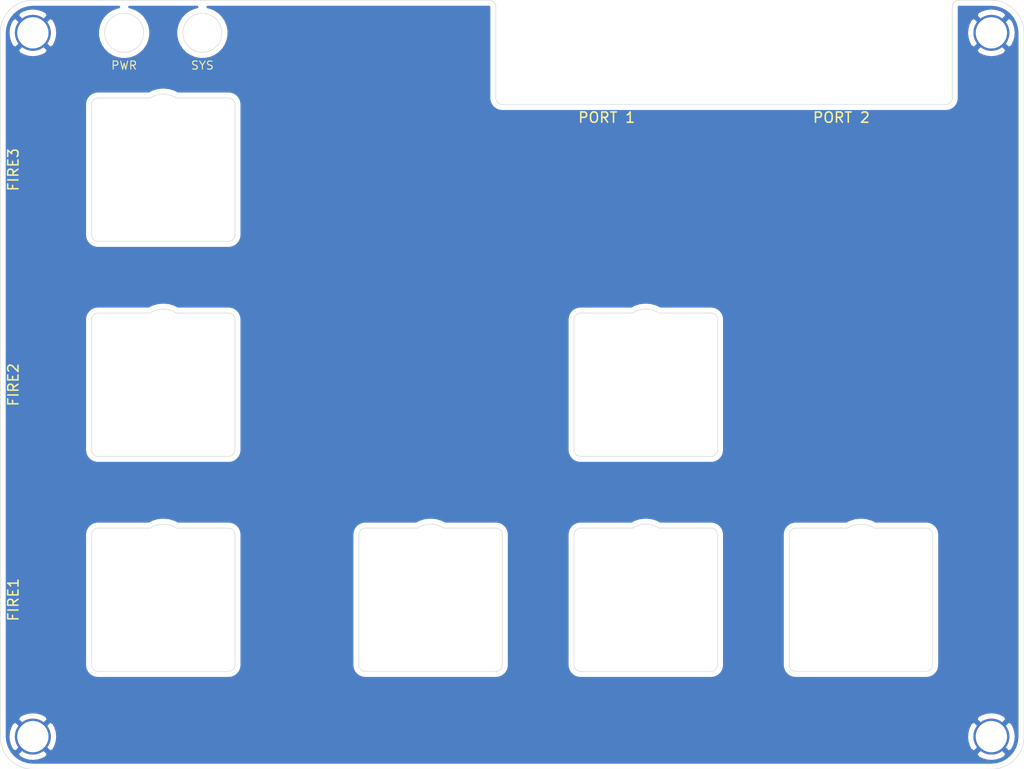
<source format=kicad_pcb>
(kicad_pcb (version 20171130) (host pcbnew "(5.1.8)-1")

  (general
    (thickness 1.6)
    (drawings 95)
    (tracks 0)
    (zones 0)
    (modules 4)
    (nets 2)
  )

  (page A4)
  (layers
    (0 F.Cu signal hide)
    (31 B.Cu signal hide)
    (32 B.Adhes user)
    (33 F.Adhes user)
    (34 B.Paste user)
    (35 F.Paste user)
    (36 B.SilkS user)
    (37 F.SilkS user)
    (38 B.Mask user)
    (39 F.Mask user)
    (40 Dwgs.User user)
    (41 Cmts.User user)
    (42 Eco1.User user)
    (43 Eco2.User user)
    (44 Edge.Cuts user)
    (45 Margin user)
    (46 B.CrtYd user)
    (47 F.CrtYd user)
    (48 B.Fab user)
    (49 F.Fab user)
  )

  (setup
    (last_trace_width 0.25)
    (trace_clearance 0.2)
    (zone_clearance 0.508)
    (zone_45_only no)
    (trace_min 0.2)
    (via_size 0.8)
    (via_drill 0.4)
    (via_min_size 0.4)
    (via_min_drill 0.3)
    (uvia_size 0.3)
    (uvia_drill 0.1)
    (uvias_allowed no)
    (uvia_min_size 0.2)
    (uvia_min_drill 0.1)
    (edge_width 0.05)
    (segment_width 0.2)
    (pcb_text_width 0.3)
    (pcb_text_size 1.5 1.5)
    (mod_edge_width 0.12)
    (mod_text_size 1 1)
    (mod_text_width 0.15)
    (pad_size 1.524 1.524)
    (pad_drill 0.762)
    (pad_to_mask_clearance 0)
    (aux_axis_origin 0 0)
    (visible_elements 7FFFFFFF)
    (pcbplotparams
      (layerselection 0x011fc_ffffffff)
      (usegerberextensions true)
      (usegerberattributes false)
      (usegerberadvancedattributes false)
      (creategerberjobfile false)
      (excludeedgelayer true)
      (linewidth 0.100000)
      (plotframeref false)
      (viasonmask false)
      (mode 1)
      (useauxorigin false)
      (hpglpennumber 1)
      (hpglpenspeed 20)
      (hpglpendiameter 15.000000)
      (psnegative false)
      (psa4output false)
      (plotreference true)
      (plotvalue true)
      (plotinvisibletext false)
      (padsonsilk false)
      (subtractmaskfromsilk false)
      (outputformat 1)
      (mirror false)
      (drillshape 0)
      (scaleselection 1)
      (outputdirectory "export/"))
  )

  (net 0 "")
  (net 1 "Net-(M1-Pad1)")

  (net_class Default "This is the default net class."
    (clearance 0.2)
    (trace_width 0.25)
    (via_dia 0.8)
    (via_drill 0.4)
    (uvia_dia 0.3)
    (uvia_drill 0.1)
    (add_net "Net-(M1-Pad1)")
  )

  (module mounting:M3_pin (layer F.Cu) (tedit 5F76331A) (tstamp 5FB9C1CD)
    (at 144.145 154.305)
    (descr "module 1 pin (ou trou mecanique de percage)")
    (tags DEV)
    (path /5FB6F935)
    (fp_text reference M1 (at 0 -3.048) (layer F.Fab) hide
      (effects (font (size 1 1) (thickness 0.15)))
    )
    (fp_text value Mounting (at 0 3) (layer F.Fab) hide
      (effects (font (size 1 1) (thickness 0.15)))
    )
    (fp_circle (center 0 0) (end 2.6 0) (layer F.CrtYd) (width 0.05))
    (fp_circle (center 0 0) (end 2 0.8) (layer F.Fab) (width 0.1))
    (pad 1 thru_hole circle (at 0 0) (size 3.5 3.5) (drill 3.048) (layers *.Cu *.Mask)
      (net 1 "Net-(M1-Pad1)") (solder_mask_margin 0.8))
  )

  (module mounting:M3_pin (layer F.Cu) (tedit 5F76331A) (tstamp 5FB9C1D3)
    (at 237.49 154.305)
    (descr "module 1 pin (ou trou mecanique de percage)")
    (tags DEV)
    (path /5FB70096)
    (fp_text reference M2 (at 0 -3.048) (layer F.Fab) hide
      (effects (font (size 1 1) (thickness 0.15)))
    )
    (fp_text value Mounting (at 0 3) (layer F.Fab) hide
      (effects (font (size 1 1) (thickness 0.15)))
    )
    (fp_circle (center 0 0) (end 2 0.8) (layer F.Fab) (width 0.1))
    (fp_circle (center 0 0) (end 2.6 0) (layer F.CrtYd) (width 0.05))
    (pad 1 thru_hole circle (at 0 0) (size 3.5 3.5) (drill 3.048) (layers *.Cu *.Mask)
      (net 1 "Net-(M1-Pad1)") (solder_mask_margin 0.8))
  )

  (module mounting:M3_pin (layer F.Cu) (tedit 5F76331A) (tstamp 5FB9C1D9)
    (at 237.49 85.725)
    (descr "module 1 pin (ou trou mecanique de percage)")
    (tags DEV)
    (path /5FB70244)
    (fp_text reference M3 (at 0 -3.048) (layer F.Fab) hide
      (effects (font (size 1 1) (thickness 0.15)))
    )
    (fp_text value Mounting (at 0 3) (layer F.Fab) hide
      (effects (font (size 1 1) (thickness 0.15)))
    )
    (fp_circle (center 0 0) (end 2.6 0) (layer F.CrtYd) (width 0.05))
    (fp_circle (center 0 0) (end 2 0.8) (layer F.Fab) (width 0.1))
    (pad 1 thru_hole circle (at 0 0) (size 3.5 3.5) (drill 3.048) (layers *.Cu *.Mask)
      (net 1 "Net-(M1-Pad1)") (solder_mask_margin 0.8))
  )

  (module mounting:M3_pin (layer F.Cu) (tedit 5F76331A) (tstamp 5FB9C1DF)
    (at 144.145 85.725)
    (descr "module 1 pin (ou trou mecanique de percage)")
    (tags DEV)
    (path /5FB705F7)
    (fp_text reference M4 (at 0 -3.048) (layer F.Fab) hide
      (effects (font (size 1 1) (thickness 0.15)))
    )
    (fp_text value Mounting (at 0 3) (layer F.Fab) hide
      (effects (font (size 1 1) (thickness 0.15)))
    )
    (fp_circle (center 0 0) (end 2 0.8) (layer F.Fab) (width 0.1))
    (fp_circle (center 0 0) (end 2.6 0) (layer F.CrtYd) (width 0.05))
    (pad 1 thru_hole circle (at 0 0) (size 3.5 3.5) (drill 3.048) (layers *.Cu *.Mask)
      (net 1 "Net-(M1-Pad1)") (solder_mask_margin 0.8))
  )

  (gr_arc (start 203.835 114.935) (end 205.104998 113.030002) (angle -67.38014199) (layer Edge.Cuts) (width 0.05) (tstamp 601AFBD8))
  (gr_arc (start 224.79 135.89) (end 226.059998 133.985002) (angle -67.38014199) (layer Edge.Cuts) (width 0.05) (tstamp 601AFBD8))
  (gr_arc (start 203.835 135.89) (end 205.104998 133.985002) (angle -67.38014199) (layer Edge.Cuts) (width 0.05) (tstamp 601AFBD8))
  (gr_arc (start 182.88 135.89) (end 184.149998 133.985002) (angle -67.38014199) (layer Edge.Cuts) (width 0.05) (tstamp 601AFBD8))
  (gr_arc (start 156.845 135.89) (end 158.114998 133.985002) (angle -67.38014199) (layer Edge.Cuts) (width 0.05) (tstamp 601AFBD8))
  (gr_arc (start 156.845 114.935) (end 158.114998 113.030002) (angle -67.38014199) (layer Edge.Cuts) (width 0.05) (tstamp 601AFBD8))
  (gr_arc (start 156.845 93.98) (end 158.114998 92.075002) (angle -67.38014199) (layer Edge.Cuts) (width 0.05))
  (gr_line (start 205.105 113.03) (end 210.185 113.03) (layer Edge.Cuts) (width 0.05) (tstamp 60117F2B))
  (gr_line (start 202.565 113.030001) (end 197.485 113.03) (layer Edge.Cuts) (width 0.05) (tstamp 60117F2A))
  (gr_line (start 226.06 133.985) (end 231.14 133.985) (layer Edge.Cuts) (width 0.05) (tstamp 60117F2B))
  (gr_line (start 223.52 133.985001) (end 218.44 133.985) (layer Edge.Cuts) (width 0.05) (tstamp 60117F2A))
  (gr_line (start 205.105 133.985) (end 210.185 133.985) (layer Edge.Cuts) (width 0.05) (tstamp 60117F2B))
  (gr_line (start 202.565 133.985001) (end 197.485 133.985) (layer Edge.Cuts) (width 0.05) (tstamp 60117F2A))
  (gr_line (start 184.15 133.985) (end 189.23 133.985) (layer Edge.Cuts) (width 0.05) (tstamp 60117F2B))
  (gr_line (start 181.61 133.985001) (end 176.53 133.985) (layer Edge.Cuts) (width 0.05) (tstamp 60117F2A))
  (gr_line (start 158.115 133.985) (end 163.195 133.985) (layer Edge.Cuts) (width 0.05) (tstamp 60117F2B))
  (gr_line (start 155.575 133.985001) (end 150.495 133.985) (layer Edge.Cuts) (width 0.05) (tstamp 60117F2A))
  (gr_line (start 158.115 92.075) (end 163.195 92.075) (layer Edge.Cuts) (width 0.05) (tstamp 60117F2B))
  (gr_line (start 155.575 92.075001) (end 150.495 92.075) (layer Edge.Cuts) (width 0.05) (tstamp 60117F2A))
  (gr_line (start 158.115 113.03) (end 163.195 113.03) (layer Edge.Cuts) (width 0.05) (tstamp 60117F04))
  (gr_circle (center 160.655 85.725) (end 162.555 85.725) (layer Edge.Cuts) (width 0.05) (tstamp 5FBC673B))
  (gr_line (start 197.485 127) (end 210.185 127) (layer Edge.Cuts) (width 0.05) (tstamp 5FF91159))
  (gr_arc (start 197.485 113.665) (end 197.485 113.03) (angle -90) (layer Edge.Cuts) (width 0.05) (tstamp 5FF91158))
  (gr_arc (start 197.485 126.365) (end 196.85 126.365) (angle -90) (layer Edge.Cuts) (width 0.05) (tstamp 5FF91157))
  (gr_line (start 210.82 126.365) (end 210.82 113.665) (layer Edge.Cuts) (width 0.05) (tstamp 5FF91155))
  (gr_line (start 196.85 113.665) (end 196.85 126.365) (layer Edge.Cuts) (width 0.05) (tstamp 5FF91154))
  (gr_arc (start 210.185 126.365) (end 210.185 127) (angle -90) (layer Edge.Cuts) (width 0.05) (tstamp 5FF91153))
  (gr_arc (start 210.185 113.665) (end 210.82 113.665) (angle -90) (layer Edge.Cuts) (width 0.05) (tstamp 5FF91152))
  (gr_arc (start 231.14 134.62) (end 231.775 134.62) (angle -90) (layer Edge.Cuts) (width 0.05) (tstamp 5FF910CD))
  (gr_arc (start 218.44 134.62) (end 218.44 133.985) (angle -90) (layer Edge.Cuts) (width 0.05) (tstamp 5FF910CC))
  (gr_arc (start 218.44 147.32) (end 217.805 147.32) (angle -90) (layer Edge.Cuts) (width 0.05) (tstamp 5FF910CB))
  (gr_line (start 231.775 147.32) (end 231.775 134.62) (layer Edge.Cuts) (width 0.05) (tstamp 5FF910CA))
  (gr_line (start 218.44 147.955) (end 231.14 147.955) (layer Edge.Cuts) (width 0.05) (tstamp 5FF910C9))
  (gr_line (start 217.805 134.62) (end 217.805 147.32) (layer Edge.Cuts) (width 0.05) (tstamp 5FF910C8))
  (gr_arc (start 231.14 147.32) (end 231.14 147.955) (angle -90) (layer Edge.Cuts) (width 0.05) (tstamp 5FF910C6))
  (gr_arc (start 210.185 134.62) (end 210.82 134.62) (angle -90) (layer Edge.Cuts) (width 0.05) (tstamp 5FF910CD))
  (gr_arc (start 197.485 134.62) (end 197.485 133.985) (angle -90) (layer Edge.Cuts) (width 0.05) (tstamp 5FF910CC))
  (gr_arc (start 197.485 147.32) (end 196.85 147.32) (angle -90) (layer Edge.Cuts) (width 0.05) (tstamp 5FF910CB))
  (gr_line (start 210.82 147.32) (end 210.82 134.62) (layer Edge.Cuts) (width 0.05) (tstamp 5FF910CA))
  (gr_line (start 197.485 147.955) (end 210.185 147.955) (layer Edge.Cuts) (width 0.05) (tstamp 5FF910C9))
  (gr_line (start 196.85 134.62) (end 196.85 147.32) (layer Edge.Cuts) (width 0.05) (tstamp 5FF910C8))
  (gr_arc (start 210.185 147.32) (end 210.185 147.955) (angle -90) (layer Edge.Cuts) (width 0.05) (tstamp 5FF910C6))
  (gr_arc (start 189.23 134.62) (end 189.865 134.62) (angle -90) (layer Edge.Cuts) (width 0.05) (tstamp 5FF910CD))
  (gr_arc (start 176.53 134.62) (end 176.53 133.985) (angle -90) (layer Edge.Cuts) (width 0.05) (tstamp 5FF910CC))
  (gr_arc (start 176.53 147.32) (end 175.895 147.32) (angle -90) (layer Edge.Cuts) (width 0.05) (tstamp 5FF910CB))
  (gr_line (start 189.865 147.32) (end 189.865 134.62) (layer Edge.Cuts) (width 0.05) (tstamp 5FF910CA))
  (gr_line (start 176.53 147.955) (end 189.23 147.955) (layer Edge.Cuts) (width 0.05) (tstamp 5FF910C9))
  (gr_line (start 175.895 134.62) (end 175.895 147.32) (layer Edge.Cuts) (width 0.05) (tstamp 5FF910C8))
  (gr_arc (start 189.23 147.32) (end 189.23 147.955) (angle -90) (layer Edge.Cuts) (width 0.05) (tstamp 5FF910C6))
  (gr_arc (start 163.195 134.62) (end 163.83 134.62) (angle -90) (layer Edge.Cuts) (width 0.05) (tstamp 5FF910CD))
  (gr_arc (start 150.495 134.62) (end 150.495 133.985) (angle -90) (layer Edge.Cuts) (width 0.05) (tstamp 5FF910CC))
  (gr_arc (start 150.495 147.32) (end 149.86 147.32) (angle -90) (layer Edge.Cuts) (width 0.05) (tstamp 5FF910CB))
  (gr_line (start 163.83 147.32) (end 163.83 134.62) (layer Edge.Cuts) (width 0.05) (tstamp 5FF910CA))
  (gr_line (start 150.495 147.955) (end 163.195 147.955) (layer Edge.Cuts) (width 0.05) (tstamp 5FF910C9))
  (gr_line (start 149.86 134.62) (end 149.86 147.32) (layer Edge.Cuts) (width 0.05) (tstamp 5FF910C8))
  (gr_arc (start 163.195 147.32) (end 163.195 147.955) (angle -90) (layer Edge.Cuts) (width 0.05) (tstamp 5FF910C6))
  (gr_arc (start 163.195 113.665) (end 163.83 113.665) (angle -90) (layer Edge.Cuts) (width 0.05) (tstamp 5FF910CD))
  (gr_arc (start 150.495 113.665) (end 150.495 113.03) (angle -90) (layer Edge.Cuts) (width 0.05) (tstamp 5FF910CC))
  (gr_arc (start 150.495 126.365) (end 149.86 126.365) (angle -90) (layer Edge.Cuts) (width 0.05) (tstamp 5FF910CB))
  (gr_line (start 163.83 126.365) (end 163.83 113.665) (layer Edge.Cuts) (width 0.05) (tstamp 5FF910CA))
  (gr_line (start 150.495 127) (end 163.195 127) (layer Edge.Cuts) (width 0.05) (tstamp 5FF910C9))
  (gr_line (start 149.86 113.665) (end 149.86 126.365) (layer Edge.Cuts) (width 0.05) (tstamp 5FF910C8))
  (gr_line (start 155.575 113.030001) (end 150.495 113.03) (layer Edge.Cuts) (width 0.05) (tstamp 5FF910C7))
  (gr_arc (start 163.195 126.365) (end 163.195 127) (angle -90) (layer Edge.Cuts) (width 0.05) (tstamp 5FF910C6))
  (gr_arc (start 163.195 105.41) (end 163.195 106.045) (angle -90) (layer Edge.Cuts) (width 0.05) (tstamp 5FF910A9))
  (gr_arc (start 150.495 105.41) (end 149.86 105.41) (angle -90) (layer Edge.Cuts) (width 0.05) (tstamp 5FF910A9))
  (gr_arc (start 163.195 92.71) (end 163.83 92.71) (angle -90) (layer Edge.Cuts) (width 0.05) (tstamp 5FF910A6))
  (gr_arc (start 150.495 92.71) (end 150.495 92.075) (angle -90) (layer Edge.Cuts) (width 0.05) (tstamp 5FF910A3))
  (gr_text "PORT 1" (at 200.025 93.98) (layer F.SilkS) (tstamp 5FBC8038)
    (effects (font (size 1 1) (thickness 0.15)))
  )
  (gr_text "PORT 2" (at 222.885 93.98) (layer F.SilkS) (tstamp 5FBC8038)
    (effects (font (size 1 1) (thickness 0.15)))
  )
  (gr_text FIRE3 (at 142.24 99.06 90) (layer F.SilkS) (tstamp 5FBC8038)
    (effects (font (size 1 1) (thickness 0.15)))
  )
  (gr_text FIRE2 (at 142.24 120.015 90) (layer F.SilkS) (tstamp 5FBC8038)
    (effects (font (size 1 1) (thickness 0.15)))
  )
  (gr_text FIRE1 (at 142.24 140.97 90) (layer F.SilkS)
    (effects (font (size 1 1) (thickness 0.15)))
  )
  (gr_text SYS (at 160.655 88.9) (layer F.SilkS) (tstamp 5FBC6766)
    (effects (font (size 0.8 0.8) (thickness 0.1)))
  )
  (gr_text PWR (at 153.035 88.9) (layer F.SilkS)
    (effects (font (size 0.8 0.8) (thickness 0.1)))
  )
  (gr_circle (center 153.035 85.725) (end 154.935 85.725) (layer Edge.Cuts) (width 0.05))
  (gr_arc (start 189.865 92.075) (end 189.23 92.075) (angle -90) (layer Edge.Cuts) (width 0.05) (tstamp 5FBAF8B9))
  (gr_line (start 189.865 92.71) (end 233.045 92.71) (layer Edge.Cuts) (width 0.05) (tstamp 5FB9D7D8))
  (gr_line (start 189.23 92.075) (end 189.23 83.185) (layer Edge.Cuts) (width 0.05) (tstamp 5FB9D7D7))
  (gr_line (start 234.315 82.55) (end 237.49 82.55) (layer Edge.Cuts) (width 0.05) (tstamp 5FB9D7D6))
  (gr_line (start 233.68 92.075) (end 233.68 83.185) (layer Edge.Cuts) (width 0.05) (tstamp 5FB9D7D5))
  (gr_arc (start 234.315 83.185) (end 234.315 82.55) (angle -90) (layer Edge.Cuts) (width 0.05) (tstamp 5FB9D7D0))
  (gr_arc (start 188.595 83.185) (end 189.23 83.185) (angle -90) (layer Edge.Cuts) (width 0.05) (tstamp 5FB9D7C7))
  (gr_arc (start 233.045 92.075) (end 233.045 92.71) (angle -90) (layer Edge.Cuts) (width 0.05) (tstamp 5FB9D7B3))
  (gr_arc (start 237.49 85.725) (end 240.665 85.725) (angle -90) (layer Edge.Cuts) (width 0.05) (tstamp 5FB9CCB1))
  (gr_arc (start 144.145 85.725) (end 144.145 82.55) (angle -90) (layer Edge.Cuts) (width 0.05) (tstamp 5FB9CCB1))
  (gr_line (start 149.86 92.71) (end 149.86 105.41) (layer Edge.Cuts) (width 0.05) (tstamp 5FB9CBBF))
  (gr_line (start 163.83 105.41) (end 163.83 92.71) (layer Edge.Cuts) (width 0.05) (tstamp 5FB9CBBD))
  (gr_line (start 150.495 106.045) (end 163.195 106.045) (layer Edge.Cuts) (width 0.05) (tstamp 5FB9CBBC))
  (gr_arc (start 237.49 154.305) (end 237.49 157.48) (angle -90) (layer Edge.Cuts) (width 0.05) (tstamp 5FB9C7DE))
  (gr_arc (start 144.145 154.305) (end 140.97 154.305) (angle -90) (layer Edge.Cuts) (width 0.05))
  (gr_line (start 240.665 85.725) (end 240.665 154.305) (layer Edge.Cuts) (width 0.05))
  (gr_line (start 144.145 82.55) (end 188.595 82.55) (layer Edge.Cuts) (width 0.05))
  (gr_line (start 140.97 154.305) (end 140.97 85.725) (layer Edge.Cuts) (width 0.05))
  (gr_line (start 237.49 157.48) (end 144.145 157.48) (layer Edge.Cuts) (width 0.05))

  (zone (net 1) (net_name "Net-(M1-Pad1)") (layer B.Cu) (tstamp 601BA24A) (hatch edge 0.508)
    (connect_pads (clearance 0.508))
    (min_thickness 0.254)
    (fill yes (arc_segments 32) (thermal_gap 0.508) (thermal_bridge_width 0.508))
    (polygon
      (pts
        (xy 245.745 160.02) (xy 138.43 160.02) (xy 138.43 75.565) (xy 245.745 75.565)
      )
    )
    (filled_polygon
      (pts
        (xy 152.286066 83.256094) (xy 151.818796 83.449643) (xy 151.398265 83.730633) (xy 151.040633 84.088265) (xy 150.759643 84.508796)
        (xy 150.566094 84.976066) (xy 150.467423 85.472116) (xy 150.467423 85.977884) (xy 150.566094 86.473934) (xy 150.759643 86.941204)
        (xy 151.040633 87.361735) (xy 151.398265 87.719367) (xy 151.818796 88.000357) (xy 152.286066 88.193906) (xy 152.782116 88.292577)
        (xy 153.287884 88.292577) (xy 153.783934 88.193906) (xy 154.251204 88.000357) (xy 154.671735 87.719367) (xy 155.029367 87.361735)
        (xy 155.310357 86.941204) (xy 155.503906 86.473934) (xy 155.602577 85.977884) (xy 155.602577 85.472116) (xy 155.503906 84.976066)
        (xy 155.310357 84.508796) (xy 155.029367 84.088265) (xy 154.671735 83.730633) (xy 154.251204 83.449643) (xy 153.783934 83.256094)
        (xy 153.552205 83.21) (xy 160.137795 83.21) (xy 159.906066 83.256094) (xy 159.438796 83.449643) (xy 159.018265 83.730633)
        (xy 158.660633 84.088265) (xy 158.379643 84.508796) (xy 158.186094 84.976066) (xy 158.087423 85.472116) (xy 158.087423 85.977884)
        (xy 158.186094 86.473934) (xy 158.379643 86.941204) (xy 158.660633 87.361735) (xy 159.018265 87.719367) (xy 159.438796 88.000357)
        (xy 159.906066 88.193906) (xy 160.402116 88.292577) (xy 160.907884 88.292577) (xy 161.403934 88.193906) (xy 161.871204 88.000357)
        (xy 162.291735 87.719367) (xy 162.649367 87.361735) (xy 162.930357 86.941204) (xy 163.123906 86.473934) (xy 163.222577 85.977884)
        (xy 163.222577 85.472116) (xy 163.123906 84.976066) (xy 162.930357 84.508796) (xy 162.649367 84.088265) (xy 162.291735 83.730633)
        (xy 161.871204 83.449643) (xy 161.403934 83.256094) (xy 161.172205 83.21) (xy 188.562725 83.21) (xy 188.569513 83.210666)
        (xy 188.570001 83.21531) (xy 188.57 92.107418) (xy 188.572758 92.135419) (xy 188.572731 92.139255) (xy 188.573631 92.148426)
        (xy 188.586586 92.271677) (xy 188.598615 92.330274) (xy 188.609822 92.389028) (xy 188.612486 92.39785) (xy 188.649133 92.516238)
        (xy 188.672308 92.571368) (xy 188.694722 92.626847) (xy 188.699049 92.634983) (xy 188.757992 92.743998) (xy 188.791437 92.793582)
        (xy 188.824197 92.843645) (xy 188.830022 92.850786) (xy 188.909018 92.946276) (xy 188.951467 92.98843) (xy 188.993315 93.031165)
        (xy 189.000416 93.037039) (xy 189.096455 93.115367) (xy 189.146281 93.148472) (xy 189.195638 93.182267) (xy 189.203744 93.18665)
        (xy 189.313167 93.244832) (xy 189.368459 93.267621) (xy 189.423455 93.291193) (xy 189.432258 93.293918) (xy 189.550899 93.329737)
        (xy 189.609583 93.341357) (xy 189.668094 93.353794) (xy 189.67725 93.354756) (xy 189.677255 93.354757) (xy 189.677259 93.354757)
        (xy 189.800597 93.36685) (xy 189.800598 93.36685) (xy 189.832581 93.37) (xy 233.077419 93.37) (xy 233.105419 93.367242)
        (xy 233.109255 93.367269) (xy 233.118426 93.366369) (xy 233.241677 93.353414) (xy 233.300274 93.341385) (xy 233.359028 93.330178)
        (xy 233.36785 93.327514) (xy 233.486238 93.290867) (xy 233.541368 93.267692) (xy 233.596847 93.245278) (xy 233.604983 93.240951)
        (xy 233.713998 93.182008) (xy 233.763582 93.148563) (xy 233.813645 93.115803) (xy 233.820786 93.109978) (xy 233.916276 93.030982)
        (xy 233.95843 92.988533) (xy 234.001165 92.946685) (xy 234.007039 92.939584) (xy 234.085367 92.843545) (xy 234.118472 92.793719)
        (xy 234.152267 92.744362) (xy 234.15665 92.736256) (xy 234.214832 92.626833) (xy 234.237621 92.571541) (xy 234.261193 92.516545)
        (xy 234.263918 92.507742) (xy 234.299737 92.389101) (xy 234.311359 92.330408) (xy 234.323794 92.271906) (xy 234.324756 92.26275)
        (xy 234.324757 92.262745) (xy 234.324757 92.262741) (xy 234.33685 92.139403) (xy 234.33685 92.139402) (xy 234.34 92.107419)
        (xy 234.34 87.394609) (xy 235.999997 87.394609) (xy 236.186073 87.735766) (xy 236.603409 87.951513) (xy 237.054815 88.081696)
        (xy 237.522946 88.121313) (xy 237.989811 88.068842) (xy 238.437468 87.926297) (xy 238.793927 87.735766) (xy 238.980003 87.394609)
        (xy 237.49 85.904605) (xy 235.999997 87.394609) (xy 234.34 87.394609) (xy 234.34 85.757946) (xy 235.093687 85.757946)
        (xy 235.146158 86.224811) (xy 235.288703 86.672468) (xy 235.479234 87.028927) (xy 235.820391 87.215003) (xy 237.310395 85.725)
        (xy 237.669605 85.725) (xy 239.159609 87.215003) (xy 239.500766 87.028927) (xy 239.716513 86.611591) (xy 239.846696 86.160185)
        (xy 239.886313 85.692054) (xy 239.833842 85.225189) (xy 239.691297 84.777532) (xy 239.500766 84.421073) (xy 239.159609 84.234997)
        (xy 237.669605 85.725) (xy 237.310395 85.725) (xy 235.820391 84.234997) (xy 235.479234 84.421073) (xy 235.263487 84.838409)
        (xy 235.133304 85.289815) (xy 235.093687 85.757946) (xy 234.34 85.757946) (xy 234.34 84.055391) (xy 235.999997 84.055391)
        (xy 237.49 85.545395) (xy 238.980003 84.055391) (xy 238.793927 83.714234) (xy 238.376591 83.498487) (xy 237.925185 83.368304)
        (xy 237.457054 83.328687) (xy 236.990189 83.381158) (xy 236.542532 83.523703) (xy 236.186073 83.714234) (xy 235.999997 84.055391)
        (xy 234.34 84.055391) (xy 234.34 83.217275) (xy 234.340666 83.210487) (xy 234.345301 83.21) (xy 237.457722 83.21)
        (xy 237.977884 83.261002) (xy 238.447188 83.402694) (xy 238.880025 83.632837) (xy 239.259927 83.942678) (xy 239.572403 84.320397)
        (xy 239.805569 84.751627) (xy 239.950532 85.219928) (xy 240.005 85.738153) (xy 240.005001 154.272712) (xy 239.953998 154.792883)
        (xy 239.812307 155.262186) (xy 239.582161 155.695028) (xy 239.272323 156.074927) (xy 238.8946 156.387406) (xy 238.463373 156.620569)
        (xy 237.995073 156.765532) (xy 237.476847 156.82) (xy 144.177278 156.82) (xy 143.657117 156.768998) (xy 143.187814 156.627307)
        (xy 142.754972 156.397161) (xy 142.375073 156.087323) (xy 142.281829 155.974609) (xy 142.654997 155.974609) (xy 142.841073 156.315766)
        (xy 143.258409 156.531513) (xy 143.709815 156.661696) (xy 144.177946 156.701313) (xy 144.644811 156.648842) (xy 145.092468 156.506297)
        (xy 145.448927 156.315766) (xy 145.635003 155.974609) (xy 235.999997 155.974609) (xy 236.186073 156.315766) (xy 236.603409 156.531513)
        (xy 237.054815 156.661696) (xy 237.522946 156.701313) (xy 237.989811 156.648842) (xy 238.437468 156.506297) (xy 238.793927 156.315766)
        (xy 238.980003 155.974609) (xy 237.49 154.484605) (xy 235.999997 155.974609) (xy 145.635003 155.974609) (xy 144.145 154.484605)
        (xy 142.654997 155.974609) (xy 142.281829 155.974609) (xy 142.062594 155.7096) (xy 141.829431 155.278373) (xy 141.684468 154.810073)
        (xy 141.634846 154.337946) (xy 141.748687 154.337946) (xy 141.801158 154.804811) (xy 141.943703 155.252468) (xy 142.134234 155.608927)
        (xy 142.475391 155.795003) (xy 143.965395 154.305) (xy 144.324605 154.305) (xy 145.814609 155.795003) (xy 146.155766 155.608927)
        (xy 146.371513 155.191591) (xy 146.501696 154.740185) (xy 146.535736 154.337946) (xy 235.093687 154.337946) (xy 235.146158 154.804811)
        (xy 235.288703 155.252468) (xy 235.479234 155.608927) (xy 235.820391 155.795003) (xy 237.310395 154.305) (xy 237.669605 154.305)
        (xy 239.159609 155.795003) (xy 239.500766 155.608927) (xy 239.716513 155.191591) (xy 239.846696 154.740185) (xy 239.886313 154.272054)
        (xy 239.833842 153.805189) (xy 239.691297 153.357532) (xy 239.500766 153.001073) (xy 239.159609 152.814997) (xy 237.669605 154.305)
        (xy 237.310395 154.305) (xy 235.820391 152.814997) (xy 235.479234 153.001073) (xy 235.263487 153.418409) (xy 235.133304 153.869815)
        (xy 235.093687 154.337946) (xy 146.535736 154.337946) (xy 146.541313 154.272054) (xy 146.488842 153.805189) (xy 146.346297 153.357532)
        (xy 146.155766 153.001073) (xy 145.814609 152.814997) (xy 144.324605 154.305) (xy 143.965395 154.305) (xy 142.475391 152.814997)
        (xy 142.134234 153.001073) (xy 141.918487 153.418409) (xy 141.788304 153.869815) (xy 141.748687 154.337946) (xy 141.634846 154.337946)
        (xy 141.63 154.291847) (xy 141.63 152.635391) (xy 142.654997 152.635391) (xy 144.145 154.125395) (xy 145.635003 152.635391)
        (xy 235.999997 152.635391) (xy 237.49 154.125395) (xy 238.980003 152.635391) (xy 238.793927 152.294234) (xy 238.376591 152.078487)
        (xy 237.925185 151.948304) (xy 237.457054 151.908687) (xy 236.990189 151.961158) (xy 236.542532 152.103703) (xy 236.186073 152.294234)
        (xy 235.999997 152.635391) (xy 145.635003 152.635391) (xy 145.448927 152.294234) (xy 145.031591 152.078487) (xy 144.580185 151.948304)
        (xy 144.112054 151.908687) (xy 143.645189 151.961158) (xy 143.197532 152.103703) (xy 142.841073 152.294234) (xy 142.654997 152.635391)
        (xy 141.63 152.635391) (xy 141.63 134.587582) (xy 149.2 134.587582) (xy 149.200001 147.352419) (xy 149.202758 147.38041)
        (xy 149.202731 147.384255) (xy 149.203631 147.393426) (xy 149.216586 147.516677) (xy 149.228615 147.575274) (xy 149.239822 147.634028)
        (xy 149.242486 147.64285) (xy 149.279133 147.761238) (xy 149.302308 147.816368) (xy 149.324722 147.871847) (xy 149.329049 147.879983)
        (xy 149.387992 147.988998) (xy 149.421437 148.038582) (xy 149.454197 148.088645) (xy 149.460022 148.095786) (xy 149.539018 148.191276)
        (xy 149.581467 148.23343) (xy 149.623315 148.276165) (xy 149.630416 148.282039) (xy 149.726455 148.360367) (xy 149.776281 148.393472)
        (xy 149.825638 148.427267) (xy 149.833744 148.43165) (xy 149.943167 148.489832) (xy 149.998459 148.512621) (xy 150.053455 148.536193)
        (xy 150.062258 148.538918) (xy 150.180899 148.574737) (xy 150.239583 148.586357) (xy 150.298094 148.598794) (xy 150.30725 148.599756)
        (xy 150.307255 148.599757) (xy 150.307259 148.599757) (xy 150.430597 148.61185) (xy 150.430598 148.61185) (xy 150.462581 148.615)
        (xy 163.227419 148.615) (xy 163.255419 148.612242) (xy 163.259255 148.612269) (xy 163.268426 148.611369) (xy 163.391677 148.598414)
        (xy 163.450274 148.586385) (xy 163.509028 148.575178) (xy 163.51785 148.572514) (xy 163.636238 148.535867) (xy 163.691368 148.512692)
        (xy 163.746847 148.490278) (xy 163.754983 148.485951) (xy 163.863998 148.427008) (xy 163.913582 148.393563) (xy 163.963645 148.360803)
        (xy 163.970786 148.354978) (xy 164.066276 148.275982) (xy 164.10843 148.233533) (xy 164.151165 148.191685) (xy 164.157039 148.184584)
        (xy 164.235367 148.088545) (xy 164.268472 148.038719) (xy 164.302267 147.989362) (xy 164.30665 147.981256) (xy 164.364832 147.871833)
        (xy 164.387621 147.816541) (xy 164.411193 147.761545) (xy 164.413918 147.752742) (xy 164.449737 147.634101) (xy 164.461359 147.575408)
        (xy 164.473794 147.516906) (xy 164.474756 147.50775) (xy 164.474757 147.507745) (xy 164.474757 147.507741) (xy 164.48685 147.384403)
        (xy 164.48685 147.384402) (xy 164.49 147.352419) (xy 164.49 134.587582) (xy 175.235 134.587582) (xy 175.235001 147.352419)
        (xy 175.237758 147.38041) (xy 175.237731 147.384255) (xy 175.238631 147.393426) (xy 175.251586 147.516677) (xy 175.263615 147.575274)
        (xy 175.274822 147.634028) (xy 175.277486 147.64285) (xy 175.314133 147.761238) (xy 175.337308 147.816368) (xy 175.359722 147.871847)
        (xy 175.364049 147.879983) (xy 175.422992 147.988998) (xy 175.456437 148.038582) (xy 175.489197 148.088645) (xy 175.495022 148.095786)
        (xy 175.574018 148.191276) (xy 175.616467 148.23343) (xy 175.658315 148.276165) (xy 175.665416 148.282039) (xy 175.761455 148.360367)
        (xy 175.811281 148.393472) (xy 175.860638 148.427267) (xy 175.868744 148.43165) (xy 175.978167 148.489832) (xy 176.033459 148.512621)
        (xy 176.088455 148.536193) (xy 176.097258 148.538918) (xy 176.215899 148.574737) (xy 176.274583 148.586357) (xy 176.333094 148.598794)
        (xy 176.34225 148.599756) (xy 176.342255 148.599757) (xy 176.342259 148.599757) (xy 176.465597 148.61185) (xy 176.465598 148.61185)
        (xy 176.497581 148.615) (xy 189.262419 148.615) (xy 189.290419 148.612242) (xy 189.294255 148.612269) (xy 189.303426 148.611369)
        (xy 189.426677 148.598414) (xy 189.485274 148.586385) (xy 189.544028 148.575178) (xy 189.55285 148.572514) (xy 189.671238 148.535867)
        (xy 189.726368 148.512692) (xy 189.781847 148.490278) (xy 189.789983 148.485951) (xy 189.898998 148.427008) (xy 189.948582 148.393563)
        (xy 189.998645 148.360803) (xy 190.005786 148.354978) (xy 190.101276 148.275982) (xy 190.14343 148.233533) (xy 190.186165 148.191685)
        (xy 190.192039 148.184584) (xy 190.270367 148.088545) (xy 190.303472 148.038719) (xy 190.337267 147.989362) (xy 190.34165 147.981256)
        (xy 190.399832 147.871833) (xy 190.422621 147.816541) (xy 190.446193 147.761545) (xy 190.448918 147.752742) (xy 190.484737 147.634101)
        (xy 190.496359 147.575408) (xy 190.508794 147.516906) (xy 190.509756 147.50775) (xy 190.509757 147.507745) (xy 190.509757 147.507741)
        (xy 190.52185 147.384403) (xy 190.52185 147.384402) (xy 190.525 147.352419) (xy 190.525 134.587582) (xy 196.19 134.587582)
        (xy 196.190001 147.352419) (xy 196.192758 147.38041) (xy 196.192731 147.384255) (xy 196.193631 147.393426) (xy 196.206586 147.516677)
        (xy 196.218615 147.575274) (xy 196.229822 147.634028) (xy 196.232486 147.64285) (xy 196.269133 147.761238) (xy 196.292308 147.816368)
        (xy 196.314722 147.871847) (xy 196.319049 147.879983) (xy 196.377992 147.988998) (xy 196.411437 148.038582) (xy 196.444197 148.088645)
        (xy 196.450022 148.095786) (xy 196.529018 148.191276) (xy 196.571467 148.23343) (xy 196.613315 148.276165) (xy 196.620416 148.282039)
        (xy 196.716455 148.360367) (xy 196.766281 148.393472) (xy 196.815638 148.427267) (xy 196.823744 148.43165) (xy 196.933167 148.489832)
        (xy 196.988459 148.512621) (xy 197.043455 148.536193) (xy 197.052258 148.538918) (xy 197.170899 148.574737) (xy 197.229583 148.586357)
        (xy 197.288094 148.598794) (xy 197.29725 148.599756) (xy 197.297255 148.599757) (xy 197.297259 148.599757) (xy 197.420597 148.61185)
        (xy 197.420598 148.61185) (xy 197.452581 148.615) (xy 210.217419 148.615) (xy 210.245419 148.612242) (xy 210.249255 148.612269)
        (xy 210.258426 148.611369) (xy 210.381677 148.598414) (xy 210.440274 148.586385) (xy 210.499028 148.575178) (xy 210.50785 148.572514)
        (xy 210.626238 148.535867) (xy 210.681368 148.512692) (xy 210.736847 148.490278) (xy 210.744983 148.485951) (xy 210.853998 148.427008)
        (xy 210.903582 148.393563) (xy 210.953645 148.360803) (xy 210.960786 148.354978) (xy 211.056276 148.275982) (xy 211.09843 148.233533)
        (xy 211.141165 148.191685) (xy 211.147039 148.184584) (xy 211.225367 148.088545) (xy 211.258472 148.038719) (xy 211.292267 147.989362)
        (xy 211.29665 147.981256) (xy 211.354832 147.871833) (xy 211.377621 147.816541) (xy 211.401193 147.761545) (xy 211.403918 147.752742)
        (xy 211.439737 147.634101) (xy 211.451359 147.575408) (xy 211.463794 147.516906) (xy 211.464756 147.50775) (xy 211.464757 147.507745)
        (xy 211.464757 147.507741) (xy 211.47685 147.384403) (xy 211.47685 147.384402) (xy 211.48 147.352419) (xy 211.48 134.587582)
        (xy 217.145 134.587582) (xy 217.145001 147.352419) (xy 217.147758 147.38041) (xy 217.147731 147.384255) (xy 217.148631 147.393426)
        (xy 217.161586 147.516677) (xy 217.173615 147.575274) (xy 217.184822 147.634028) (xy 217.187486 147.64285) (xy 217.224133 147.761238)
        (xy 217.247308 147.816368) (xy 217.269722 147.871847) (xy 217.274049 147.879983) (xy 217.332992 147.988998) (xy 217.366437 148.038582)
        (xy 217.399197 148.088645) (xy 217.405022 148.095786) (xy 217.484018 148.191276) (xy 217.526467 148.23343) (xy 217.568315 148.276165)
        (xy 217.575416 148.282039) (xy 217.671455 148.360367) (xy 217.721281 148.393472) (xy 217.770638 148.427267) (xy 217.778744 148.43165)
        (xy 217.888167 148.489832) (xy 217.943459 148.512621) (xy 217.998455 148.536193) (xy 218.007258 148.538918) (xy 218.125899 148.574737)
        (xy 218.184583 148.586357) (xy 218.243094 148.598794) (xy 218.25225 148.599756) (xy 218.252255 148.599757) (xy 218.252259 148.599757)
        (xy 218.375597 148.61185) (xy 218.375598 148.61185) (xy 218.407581 148.615) (xy 231.172419 148.615) (xy 231.200419 148.612242)
        (xy 231.204255 148.612269) (xy 231.213426 148.611369) (xy 231.336677 148.598414) (xy 231.395274 148.586385) (xy 231.454028 148.575178)
        (xy 231.46285 148.572514) (xy 231.581238 148.535867) (xy 231.636368 148.512692) (xy 231.691847 148.490278) (xy 231.699983 148.485951)
        (xy 231.808998 148.427008) (xy 231.858582 148.393563) (xy 231.908645 148.360803) (xy 231.915786 148.354978) (xy 232.011276 148.275982)
        (xy 232.05343 148.233533) (xy 232.096165 148.191685) (xy 232.102039 148.184584) (xy 232.180367 148.088545) (xy 232.213472 148.038719)
        (xy 232.247267 147.989362) (xy 232.25165 147.981256) (xy 232.309832 147.871833) (xy 232.332621 147.816541) (xy 232.356193 147.761545)
        (xy 232.358918 147.752742) (xy 232.394737 147.634101) (xy 232.406359 147.575408) (xy 232.418794 147.516906) (xy 232.419756 147.50775)
        (xy 232.419757 147.507745) (xy 232.419757 147.507741) (xy 232.43185 147.384403) (xy 232.43185 147.384402) (xy 232.435 147.352419)
        (xy 232.435 134.587581) (xy 232.432242 134.559581) (xy 232.432269 134.555745) (xy 232.431369 134.546574) (xy 232.418414 134.423323)
        (xy 232.406387 134.364733) (xy 232.395178 134.305971) (xy 232.392514 134.297149) (xy 232.355867 134.178762) (xy 232.332692 134.123632)
        (xy 232.310278 134.068153) (xy 232.305951 134.060017) (xy 232.247007 133.951002) (xy 232.213565 133.901422) (xy 232.180803 133.851355)
        (xy 232.174978 133.844214) (xy 232.095982 133.748724) (xy 232.053566 133.706603) (xy 232.011684 133.663834) (xy 232.004584 133.657961)
        (xy 231.908545 133.579633) (xy 231.858703 133.546518) (xy 231.809362 133.512733) (xy 231.801256 133.50835) (xy 231.691832 133.450168)
        (xy 231.636554 133.427384) (xy 231.581545 133.403807) (xy 231.572741 133.401082) (xy 231.454101 133.365262) (xy 231.395372 133.353633)
        (xy 231.336905 133.341206) (xy 231.327747 133.340244) (xy 231.327744 133.340243) (xy 231.327741 133.340243) (xy 231.204402 133.32815)
        (xy 231.172419 133.325) (xy 226.225523 133.325) (xy 225.968076 133.188631) (xy 225.912731 133.165921) (xy 225.857715 133.142443)
        (xy 225.848911 133.139733) (xy 225.848905 133.139731) (xy 225.420939 133.011255) (xy 225.362284 132.999737) (xy 225.30371 132.987383)
        (xy 225.294544 132.986434) (xy 224.849771 132.94353) (xy 224.789926 132.943624) (xy 224.730139 132.942883) (xy 224.720963 132.943733)
        (xy 224.720961 132.943733) (xy 224.276327 132.988036) (xy 224.217643 132.999752) (xy 224.158847 133.010638) (xy 224.150013 133.013253)
        (xy 224.150007 133.013255) (xy 223.72245 133.143076) (xy 223.667201 133.16595) (xy 223.611597 133.188066) (xy 223.603437 133.192348)
        (xy 223.354895 133.325002) (xy 218.407582 133.325) (xy 218.379581 133.327758) (xy 218.375745 133.327731) (xy 218.366574 133.328631)
        (xy 218.243323 133.341586) (xy 218.184733 133.353613) (xy 218.125971 133.364822) (xy 218.117149 133.367486) (xy 217.998762 133.404133)
        (xy 217.943632 133.427308) (xy 217.888153 133.449722) (xy 217.880017 133.454049) (xy 217.771002 133.512993) (xy 217.721422 133.546435)
        (xy 217.671355 133.579197) (xy 217.664214 133.585022) (xy 217.568724 133.664018) (xy 217.526603 133.706434) (xy 217.483834 133.748316)
        (xy 217.477961 133.755416) (xy 217.399633 133.851455) (xy 217.366518 133.901297) (xy 217.332733 133.950638) (xy 217.32835 133.958744)
        (xy 217.270168 134.068168) (xy 217.247384 134.123446) (xy 217.223807 134.178455) (xy 217.221082 134.187259) (xy 217.185262 134.305899)
        (xy 217.173641 134.364592) (xy 217.161206 134.423095) (xy 217.160244 134.432253) (xy 217.160244 134.432254) (xy 217.160243 134.432259)
        (xy 217.14815 134.555598) (xy 217.145 134.587582) (xy 211.48 134.587582) (xy 211.48 134.587581) (xy 211.477242 134.559581)
        (xy 211.477269 134.555745) (xy 211.476369 134.546574) (xy 211.463414 134.423323) (xy 211.451387 134.364733) (xy 211.440178 134.305971)
        (xy 211.437514 134.297149) (xy 211.400867 134.178762) (xy 211.377692 134.123632) (xy 211.355278 134.068153) (xy 211.350951 134.060017)
        (xy 211.292007 133.951002) (xy 211.258565 133.901422) (xy 211.225803 133.851355) (xy 211.219978 133.844214) (xy 211.140982 133.748724)
        (xy 211.098566 133.706603) (xy 211.056684 133.663834) (xy 211.049584 133.657961) (xy 210.953545 133.579633) (xy 210.903703 133.546518)
        (xy 210.854362 133.512733) (xy 210.846256 133.50835) (xy 210.736832 133.450168) (xy 210.681554 133.427384) (xy 210.626545 133.403807)
        (xy 210.617741 133.401082) (xy 210.499101 133.365262) (xy 210.440372 133.353633) (xy 210.381905 133.341206) (xy 210.372747 133.340244)
        (xy 210.372744 133.340243) (xy 210.372741 133.340243) (xy 210.249402 133.32815) (xy 210.217419 133.325) (xy 205.270523 133.325)
        (xy 205.013076 133.188631) (xy 204.957731 133.165921) (xy 204.902715 133.142443) (xy 204.893911 133.139733) (xy 204.893905 133.139731)
        (xy 204.465939 133.011255) (xy 204.407284 132.999737) (xy 204.34871 132.987383) (xy 204.339544 132.986434) (xy 203.894771 132.94353)
        (xy 203.834926 132.943624) (xy 203.775139 132.942883) (xy 203.765963 132.943733) (xy 203.765961 132.943733) (xy 203.321327 132.988036)
        (xy 203.262643 132.999752) (xy 203.203847 133.010638) (xy 203.195013 133.013253) (xy 203.195007 133.013255) (xy 202.76745 133.143076)
        (xy 202.712201 133.16595) (xy 202.656597 133.188066) (xy 202.648437 133.192348) (xy 202.399895 133.325002) (xy 197.452582 133.325)
        (xy 197.424581 133.327758) (xy 197.420745 133.327731) (xy 197.411574 133.328631) (xy 197.288323 133.341586) (xy 197.229733 133.353613)
        (xy 197.170971 133.364822) (xy 197.162149 133.367486) (xy 197.043762 133.404133) (xy 196.988632 133.427308) (xy 196.933153 133.449722)
        (xy 196.925017 133.454049) (xy 196.816002 133.512993) (xy 196.766422 133.546435) (xy 196.716355 133.579197) (xy 196.709214 133.585022)
        (xy 196.613724 133.664018) (xy 196.571603 133.706434) (xy 196.528834 133.748316) (xy 196.522961 133.755416) (xy 196.444633 133.851455)
        (xy 196.411518 133.901297) (xy 196.377733 133.950638) (xy 196.37335 133.958744) (xy 196.315168 134.068168) (xy 196.292384 134.123446)
        (xy 196.268807 134.178455) (xy 196.266082 134.187259) (xy 196.230262 134.305899) (xy 196.218641 134.364592) (xy 196.206206 134.423095)
        (xy 196.205244 134.432253) (xy 196.205244 134.432254) (xy 196.205243 134.432259) (xy 196.19315 134.555598) (xy 196.19 134.587582)
        (xy 190.525 134.587582) (xy 190.525 134.587581) (xy 190.522242 134.559581) (xy 190.522269 134.555745) (xy 190.521369 134.546574)
        (xy 190.508414 134.423323) (xy 190.496387 134.364733) (xy 190.485178 134.305971) (xy 190.482514 134.297149) (xy 190.445867 134.178762)
        (xy 190.422692 134.123632) (xy 190.400278 134.068153) (xy 190.395951 134.060017) (xy 190.337007 133.951002) (xy 190.303565 133.901422)
        (xy 190.270803 133.851355) (xy 190.264978 133.844214) (xy 190.185982 133.748724) (xy 190.143566 133.706603) (xy 190.101684 133.663834)
        (xy 190.094584 133.657961) (xy 189.998545 133.579633) (xy 189.948703 133.546518) (xy 189.899362 133.512733) (xy 189.891256 133.50835)
        (xy 189.781832 133.450168) (xy 189.726554 133.427384) (xy 189.671545 133.403807) (xy 189.662741 133.401082) (xy 189.544101 133.365262)
        (xy 189.485372 133.353633) (xy 189.426905 133.341206) (xy 189.417747 133.340244) (xy 189.417744 133.340243) (xy 189.417741 133.340243)
        (xy 189.294402 133.32815) (xy 189.262419 133.325) (xy 184.315523 133.325) (xy 184.058076 133.188631) (xy 184.002731 133.165921)
        (xy 183.947715 133.142443) (xy 183.938911 133.139733) (xy 183.938905 133.139731) (xy 183.510939 133.011255) (xy 183.452284 132.999737)
        (xy 183.39371 132.987383) (xy 183.384544 132.986434) (xy 182.939771 132.94353) (xy 182.879926 132.943624) (xy 182.820139 132.942883)
        (xy 182.810963 132.943733) (xy 182.810961 132.943733) (xy 182.366327 132.988036) (xy 182.307643 132.999752) (xy 182.248847 133.010638)
        (xy 182.240013 133.013253) (xy 182.240007 133.013255) (xy 181.81245 133.143076) (xy 181.757201 133.16595) (xy 181.701597 133.188066)
        (xy 181.693437 133.192348) (xy 181.444895 133.325002) (xy 176.497582 133.325) (xy 176.469581 133.327758) (xy 176.465745 133.327731)
        (xy 176.456574 133.328631) (xy 176.333323 133.341586) (xy 176.274733 133.353613) (xy 176.215971 133.364822) (xy 176.207149 133.367486)
        (xy 176.088762 133.404133) (xy 176.033632 133.427308) (xy 175.978153 133.449722) (xy 175.970017 133.454049) (xy 175.861002 133.512993)
        (xy 175.811422 133.546435) (xy 175.761355 133.579197) (xy 175.754214 133.585022) (xy 175.658724 133.664018) (xy 175.616603 133.706434)
        (xy 175.573834 133.748316) (xy 175.567961 133.755416) (xy 175.489633 133.851455) (xy 175.456518 133.901297) (xy 175.422733 133.950638)
        (xy 175.41835 133.958744) (xy 175.360168 134.068168) (xy 175.337384 134.123446) (xy 175.313807 134.178455) (xy 175.311082 134.187259)
        (xy 175.275262 134.305899) (xy 175.263641 134.364592) (xy 175.251206 134.423095) (xy 175.250244 134.432253) (xy 175.250244 134.432254)
        (xy 175.250243 134.432259) (xy 175.23815 134.555598) (xy 175.235 134.587582) (xy 164.49 134.587582) (xy 164.49 134.587581)
        (xy 164.487242 134.559581) (xy 164.487269 134.555745) (xy 164.486369 134.546574) (xy 164.473414 134.423323) (xy 164.461387 134.364733)
        (xy 164.450178 134.305971) (xy 164.447514 134.297149) (xy 164.410867 134.178762) (xy 164.387692 134.123632) (xy 164.365278 134.068153)
        (xy 164.360951 134.060017) (xy 164.302007 133.951002) (xy 164.268565 133.901422) (xy 164.235803 133.851355) (xy 164.229978 133.844214)
        (xy 164.150982 133.748724) (xy 164.108566 133.706603) (xy 164.066684 133.663834) (xy 164.059584 133.657961) (xy 163.963545 133.579633)
        (xy 163.913703 133.546518) (xy 163.864362 133.512733) (xy 163.856256 133.50835) (xy 163.746832 133.450168) (xy 163.691554 133.427384)
        (xy 163.636545 133.403807) (xy 163.627741 133.401082) (xy 163.509101 133.365262) (xy 163.450372 133.353633) (xy 163.391905 133.341206)
        (xy 163.382747 133.340244) (xy 163.382744 133.340243) (xy 163.382741 133.340243) (xy 163.259402 133.32815) (xy 163.227419 133.325)
        (xy 158.280523 133.325) (xy 158.023076 133.188631) (xy 157.967731 133.165921) (xy 157.912715 133.142443) (xy 157.903911 133.139733)
        (xy 157.903905 133.139731) (xy 157.475939 133.011255) (xy 157.417284 132.999737) (xy 157.35871 132.987383) (xy 157.349544 132.986434)
        (xy 156.904771 132.94353) (xy 156.844926 132.943624) (xy 156.785139 132.942883) (xy 156.775963 132.943733) (xy 156.775961 132.943733)
        (xy 156.331327 132.988036) (xy 156.272643 132.999752) (xy 156.213847 133.010638) (xy 156.205013 133.013253) (xy 156.205007 133.013255)
        (xy 155.77745 133.143076) (xy 155.722201 133.16595) (xy 155.666597 133.188066) (xy 155.658437 133.192348) (xy 155.409895 133.325002)
        (xy 150.462582 133.325) (xy 150.434581 133.327758) (xy 150.430745 133.327731) (xy 150.421574 133.328631) (xy 150.298323 133.341586)
        (xy 150.239733 133.353613) (xy 150.180971 133.364822) (xy 150.172149 133.367486) (xy 150.053762 133.404133) (xy 149.998632 133.427308)
        (xy 149.943153 133.449722) (xy 149.935017 133.454049) (xy 149.826002 133.512993) (xy 149.776422 133.546435) (xy 149.726355 133.579197)
        (xy 149.719214 133.585022) (xy 149.623724 133.664018) (xy 149.581603 133.706434) (xy 149.538834 133.748316) (xy 149.532961 133.755416)
        (xy 149.454633 133.851455) (xy 149.421518 133.901297) (xy 149.387733 133.950638) (xy 149.38335 133.958744) (xy 149.325168 134.068168)
        (xy 149.302384 134.123446) (xy 149.278807 134.178455) (xy 149.276082 134.187259) (xy 149.240262 134.305899) (xy 149.228641 134.364592)
        (xy 149.216206 134.423095) (xy 149.215244 134.432253) (xy 149.215244 134.432254) (xy 149.215243 134.432259) (xy 149.20315 134.555598)
        (xy 149.2 134.587582) (xy 141.63 134.587582) (xy 141.63 113.632582) (xy 149.2 113.632582) (xy 149.200001 126.397419)
        (xy 149.202758 126.42541) (xy 149.202731 126.429255) (xy 149.203631 126.438426) (xy 149.216586 126.561677) (xy 149.228615 126.620274)
        (xy 149.239822 126.679028) (xy 149.242486 126.68785) (xy 149.279133 126.806238) (xy 149.302308 126.861368) (xy 149.324722 126.916847)
        (xy 149.329049 126.924983) (xy 149.387992 127.033998) (xy 149.421437 127.083582) (xy 149.454197 127.133645) (xy 149.460022 127.140786)
        (xy 149.539018 127.236276) (xy 149.581467 127.27843) (xy 149.623315 127.321165) (xy 149.630416 127.327039) (xy 149.726455 127.405367)
        (xy 149.776281 127.438472) (xy 149.825638 127.472267) (xy 149.833744 127.47665) (xy 149.943167 127.534832) (xy 149.998459 127.557621)
        (xy 150.053455 127.581193) (xy 150.062258 127.583918) (xy 150.180899 127.619737) (xy 150.239583 127.631357) (xy 150.298094 127.643794)
        (xy 150.30725 127.644756) (xy 150.307255 127.644757) (xy 150.307259 127.644757) (xy 150.430597 127.65685) (xy 150.430598 127.65685)
        (xy 150.462581 127.66) (xy 163.227419 127.66) (xy 163.255419 127.657242) (xy 163.259255 127.657269) (xy 163.268426 127.656369)
        (xy 163.391677 127.643414) (xy 163.450274 127.631385) (xy 163.509028 127.620178) (xy 163.51785 127.617514) (xy 163.636238 127.580867)
        (xy 163.691368 127.557692) (xy 163.746847 127.535278) (xy 163.754983 127.530951) (xy 163.863998 127.472008) (xy 163.913582 127.438563)
        (xy 163.963645 127.405803) (xy 163.970786 127.399978) (xy 164.066276 127.320982) (xy 164.10843 127.278533) (xy 164.151165 127.236685)
        (xy 164.157039 127.229584) (xy 164.235367 127.133545) (xy 164.268472 127.083719) (xy 164.302267 127.034362) (xy 164.30665 127.026256)
        (xy 164.364832 126.916833) (xy 164.387621 126.861541) (xy 164.411193 126.806545) (xy 164.413918 126.797742) (xy 164.449737 126.679101)
        (xy 164.461359 126.620408) (xy 164.473794 126.561906) (xy 164.474756 126.55275) (xy 164.474757 126.552745) (xy 164.474757 126.552741)
        (xy 164.48685 126.429403) (xy 164.48685 126.429402) (xy 164.49 126.397419) (xy 164.49 113.632582) (xy 196.19 113.632582)
        (xy 196.190001 126.397419) (xy 196.192758 126.42541) (xy 196.192731 126.429255) (xy 196.193631 126.438426) (xy 196.206586 126.561677)
        (xy 196.218615 126.620274) (xy 196.229822 126.679028) (xy 196.232486 126.68785) (xy 196.269133 126.806238) (xy 196.292308 126.861368)
        (xy 196.314722 126.916847) (xy 196.319049 126.924983) (xy 196.377992 127.033998) (xy 196.411437 127.083582) (xy 196.444197 127.133645)
        (xy 196.450022 127.140786) (xy 196.529018 127.236276) (xy 196.571467 127.27843) (xy 196.613315 127.321165) (xy 196.620416 127.327039)
        (xy 196.716455 127.405367) (xy 196.766281 127.438472) (xy 196.815638 127.472267) (xy 196.823744 127.47665) (xy 196.933167 127.534832)
        (xy 196.988459 127.557621) (xy 197.043455 127.581193) (xy 197.052258 127.583918) (xy 197.170899 127.619737) (xy 197.229583 127.631357)
        (xy 197.288094 127.643794) (xy 197.29725 127.644756) (xy 197.297255 127.644757) (xy 197.297259 127.644757) (xy 197.420597 127.65685)
        (xy 197.420598 127.65685) (xy 197.452581 127.66) (xy 210.217419 127.66) (xy 210.245419 127.657242) (xy 210.249255 127.657269)
        (xy 210.258426 127.656369) (xy 210.381677 127.643414) (xy 210.440274 127.631385) (xy 210.499028 127.620178) (xy 210.50785 127.617514)
        (xy 210.626238 127.580867) (xy 210.681368 127.557692) (xy 210.736847 127.535278) (xy 210.744983 127.530951) (xy 210.853998 127.472008)
        (xy 210.903582 127.438563) (xy 210.953645 127.405803) (xy 210.960786 127.399978) (xy 211.056276 127.320982) (xy 211.09843 127.278533)
        (xy 211.141165 127.236685) (xy 211.147039 127.229584) (xy 211.225367 127.133545) (xy 211.258472 127.083719) (xy 211.292267 127.034362)
        (xy 211.29665 127.026256) (xy 211.354832 126.916833) (xy 211.377621 126.861541) (xy 211.401193 126.806545) (xy 211.403918 126.797742)
        (xy 211.439737 126.679101) (xy 211.451359 126.620408) (xy 211.463794 126.561906) (xy 211.464756 126.55275) (xy 211.464757 126.552745)
        (xy 211.464757 126.552741) (xy 211.47685 126.429403) (xy 211.47685 126.429402) (xy 211.48 126.397419) (xy 211.48 113.632581)
        (xy 211.477242 113.604581) (xy 211.477269 113.600745) (xy 211.476369 113.591574) (xy 211.463414 113.468323) (xy 211.451387 113.409733)
        (xy 211.440178 113.350971) (xy 211.437514 113.342149) (xy 211.400867 113.223762) (xy 211.377692 113.168632) (xy 211.355278 113.113153)
        (xy 211.350951 113.105017) (xy 211.292007 112.996002) (xy 211.258565 112.946422) (xy 211.225803 112.896355) (xy 211.219978 112.889214)
        (xy 211.140982 112.793724) (xy 211.098566 112.751603) (xy 211.056684 112.708834) (xy 211.049584 112.702961) (xy 210.953545 112.624633)
        (xy 210.903703 112.591518) (xy 210.854362 112.557733) (xy 210.846256 112.55335) (xy 210.736832 112.495168) (xy 210.681554 112.472384)
        (xy 210.626545 112.448807) (xy 210.617741 112.446082) (xy 210.499101 112.410262) (xy 210.440372 112.398633) (xy 210.381905 112.386206)
        (xy 210.372747 112.385244) (xy 210.372744 112.385243) (xy 210.372741 112.385243) (xy 210.249402 112.37315) (xy 210.217419 112.37)
        (xy 205.270523 112.37) (xy 205.013076 112.233631) (xy 204.957731 112.210921) (xy 204.902715 112.187443) (xy 204.893911 112.184733)
        (xy 204.893905 112.184731) (xy 204.465939 112.056255) (xy 204.407284 112.044737) (xy 204.34871 112.032383) (xy 204.339544 112.031434)
        (xy 203.894771 111.98853) (xy 203.834926 111.988624) (xy 203.775139 111.987883) (xy 203.765963 111.988733) (xy 203.765961 111.988733)
        (xy 203.321327 112.033036) (xy 203.262643 112.044752) (xy 203.203847 112.055638) (xy 203.195013 112.058253) (xy 203.195007 112.058255)
        (xy 202.76745 112.188076) (xy 202.712201 112.21095) (xy 202.656597 112.233066) (xy 202.648437 112.237348) (xy 202.399895 112.370002)
        (xy 197.452582 112.37) (xy 197.424581 112.372758) (xy 197.420745 112.372731) (xy 197.411574 112.373631) (xy 197.288323 112.386586)
        (xy 197.229733 112.398613) (xy 197.170971 112.409822) (xy 197.162149 112.412486) (xy 197.043762 112.449133) (xy 196.988632 112.472308)
        (xy 196.933153 112.494722) (xy 196.925017 112.499049) (xy 196.816002 112.557993) (xy 196.766422 112.591435) (xy 196.716355 112.624197)
        (xy 196.709214 112.630022) (xy 196.613724 112.709018) (xy 196.571603 112.751434) (xy 196.528834 112.793316) (xy 196.522961 112.800416)
        (xy 196.444633 112.896455) (xy 196.411518 112.946297) (xy 196.377733 112.995638) (xy 196.37335 113.003744) (xy 196.315168 113.113168)
        (xy 196.292384 113.168446) (xy 196.268807 113.223455) (xy 196.266082 113.232259) (xy 196.230262 113.350899) (xy 196.218641 113.409592)
        (xy 196.206206 113.468095) (xy 196.205244 113.477253) (xy 196.205244 113.477254) (xy 196.205243 113.477259) (xy 196.19315 113.600598)
        (xy 196.19 113.632582) (xy 164.49 113.632582) (xy 164.49 113.632581) (xy 164.487242 113.604581) (xy 164.487269 113.600745)
        (xy 164.486369 113.591574) (xy 164.473414 113.468323) (xy 164.461387 113.409733) (xy 164.450178 113.350971) (xy 164.447514 113.342149)
        (xy 164.410867 113.223762) (xy 164.387692 113.168632) (xy 164.365278 113.113153) (xy 164.360951 113.105017) (xy 164.302007 112.996002)
        (xy 164.268565 112.946422) (xy 164.235803 112.896355) (xy 164.229978 112.889214) (xy 164.150982 112.793724) (xy 164.108566 112.751603)
        (xy 164.066684 112.708834) (xy 164.059584 112.702961) (xy 163.963545 112.624633) (xy 163.913703 112.591518) (xy 163.864362 112.557733)
        (xy 163.856256 112.55335) (xy 163.746832 112.495168) (xy 163.691554 112.472384) (xy 163.636545 112.448807) (xy 163.627741 112.446082)
        (xy 163.509101 112.410262) (xy 163.450372 112.398633) (xy 163.391905 112.386206) (xy 163.382747 112.385244) (xy 163.382744 112.385243)
        (xy 163.382741 112.385243) (xy 163.259402 112.37315) (xy 163.227419 112.37) (xy 158.280523 112.37) (xy 158.023076 112.233631)
        (xy 157.967731 112.210921) (xy 157.912715 112.187443) (xy 157.903911 112.184733) (xy 157.903905 112.184731) (xy 157.475939 112.056255)
        (xy 157.417284 112.044737) (xy 157.35871 112.032383) (xy 157.349544 112.031434) (xy 156.904771 111.98853) (xy 156.844926 111.988624)
        (xy 156.785139 111.987883) (xy 156.775963 111.988733) (xy 156.775961 111.988733) (xy 156.331327 112.033036) (xy 156.272643 112.044752)
        (xy 156.213847 112.055638) (xy 156.205013 112.058253) (xy 156.205007 112.058255) (xy 155.77745 112.188076) (xy 155.722201 112.21095)
        (xy 155.666597 112.233066) (xy 155.658437 112.237348) (xy 155.409895 112.370002) (xy 150.462582 112.37) (xy 150.434581 112.372758)
        (xy 150.430745 112.372731) (xy 150.421574 112.373631) (xy 150.298323 112.386586) (xy 150.239733 112.398613) (xy 150.180971 112.409822)
        (xy 150.172149 112.412486) (xy 150.053762 112.449133) (xy 149.998632 112.472308) (xy 149.943153 112.494722) (xy 149.935017 112.499049)
        (xy 149.826002 112.557993) (xy 149.776422 112.591435) (xy 149.726355 112.624197) (xy 149.719214 112.630022) (xy 149.623724 112.709018)
        (xy 149.581603 112.751434) (xy 149.538834 112.793316) (xy 149.532961 112.800416) (xy 149.454633 112.896455) (xy 149.421518 112.946297)
        (xy 149.387733 112.995638) (xy 149.38335 113.003744) (xy 149.325168 113.113168) (xy 149.302384 113.168446) (xy 149.278807 113.223455)
        (xy 149.276082 113.232259) (xy 149.240262 113.350899) (xy 149.228641 113.409592) (xy 149.216206 113.468095) (xy 149.215244 113.477253)
        (xy 149.215244 113.477254) (xy 149.215243 113.477259) (xy 149.20315 113.600598) (xy 149.2 113.632582) (xy 141.63 113.632582)
        (xy 141.63 92.677582) (xy 149.2 92.677582) (xy 149.200001 105.442419) (xy 149.202758 105.47041) (xy 149.202731 105.474255)
        (xy 149.203631 105.483426) (xy 149.216586 105.606677) (xy 149.228615 105.665274) (xy 149.239822 105.724028) (xy 149.242486 105.73285)
        (xy 149.279133 105.851238) (xy 149.302308 105.906368) (xy 149.324722 105.961847) (xy 149.329049 105.969983) (xy 149.387992 106.078998)
        (xy 149.421437 106.128582) (xy 149.454197 106.178645) (xy 149.460022 106.185786) (xy 149.539018 106.281276) (xy 149.581467 106.32343)
        (xy 149.623315 106.366165) (xy 149.630416 106.372039) (xy 149.726455 106.450367) (xy 149.776281 106.483472) (xy 149.825638 106.517267)
        (xy 149.833744 106.52165) (xy 149.943167 106.579832) (xy 149.998459 106.602621) (xy 150.053455 106.626193) (xy 150.062258 106.628918)
        (xy 150.180899 106.664737) (xy 150.239583 106.676357) (xy 150.298094 106.688794) (xy 150.30725 106.689756) (xy 150.307255 106.689757)
        (xy 150.307259 106.689757) (xy 150.430597 106.70185) (xy 150.430598 106.70185) (xy 150.462581 106.705) (xy 163.227419 106.705)
        (xy 163.255419 106.702242) (xy 163.259255 106.702269) (xy 163.268426 106.701369) (xy 163.391677 106.688414) (xy 163.450274 106.676385)
        (xy 163.509028 106.665178) (xy 163.51785 106.662514) (xy 163.636238 106.625867) (xy 163.691368 106.602692) (xy 163.746847 106.580278)
        (xy 163.754983 106.575951) (xy 163.863998 106.517008) (xy 163.913582 106.483563) (xy 163.963645 106.450803) (xy 163.970786 106.444978)
        (xy 164.066276 106.365982) (xy 164.10843 106.323533) (xy 164.151165 106.281685) (xy 164.157039 106.274584) (xy 164.235367 106.178545)
        (xy 164.268472 106.128719) (xy 164.302267 106.079362) (xy 164.30665 106.071256) (xy 164.364832 105.961833) (xy 164.387621 105.906541)
        (xy 164.411193 105.851545) (xy 164.413918 105.842742) (xy 164.449737 105.724101) (xy 164.461359 105.665408) (xy 164.473794 105.606906)
        (xy 164.474756 105.59775) (xy 164.474757 105.597745) (xy 164.474757 105.597741) (xy 164.48685 105.474403) (xy 164.48685 105.474402)
        (xy 164.49 105.442419) (xy 164.49 92.677581) (xy 164.487242 92.649581) (xy 164.487269 92.645745) (xy 164.486369 92.636574)
        (xy 164.473414 92.513323) (xy 164.461387 92.454733) (xy 164.450178 92.395971) (xy 164.447514 92.387149) (xy 164.410867 92.268762)
        (xy 164.387692 92.213632) (xy 164.365278 92.158153) (xy 164.360951 92.150017) (xy 164.302007 92.041002) (xy 164.268565 91.991422)
        (xy 164.235803 91.941355) (xy 164.229978 91.934214) (xy 164.150982 91.838724) (xy 164.108566 91.796603) (xy 164.066684 91.753834)
        (xy 164.059584 91.747961) (xy 163.963545 91.669633) (xy 163.913703 91.636518) (xy 163.864362 91.602733) (xy 163.856256 91.59835)
        (xy 163.746832 91.540168) (xy 163.691554 91.517384) (xy 163.636545 91.493807) (xy 163.627741 91.491082) (xy 163.509101 91.455262)
        (xy 163.450372 91.443633) (xy 163.391905 91.431206) (xy 163.382747 91.430244) (xy 163.382744 91.430243) (xy 163.382741 91.430243)
        (xy 163.259402 91.41815) (xy 163.227419 91.415) (xy 158.280523 91.415) (xy 158.023076 91.278631) (xy 157.967731 91.255921)
        (xy 157.912715 91.232443) (xy 157.903911 91.229733) (xy 157.903905 91.229731) (xy 157.475939 91.101255) (xy 157.417284 91.089737)
        (xy 157.35871 91.077383) (xy 157.349544 91.076434) (xy 156.904771 91.03353) (xy 156.844926 91.033624) (xy 156.785139 91.032883)
        (xy 156.775963 91.033733) (xy 156.775961 91.033733) (xy 156.331327 91.078036) (xy 156.272643 91.089752) (xy 156.213847 91.100638)
        (xy 156.205013 91.103253) (xy 156.205007 91.103255) (xy 155.77745 91.233076) (xy 155.722201 91.25595) (xy 155.666597 91.278066)
        (xy 155.658437 91.282348) (xy 155.409895 91.415002) (xy 150.462582 91.415) (xy 150.434581 91.417758) (xy 150.430745 91.417731)
        (xy 150.421574 91.418631) (xy 150.298323 91.431586) (xy 150.239733 91.443613) (xy 150.180971 91.454822) (xy 150.172149 91.457486)
        (xy 150.053762 91.494133) (xy 149.998632 91.517308) (xy 149.943153 91.539722) (xy 149.935017 91.544049) (xy 149.826002 91.602993)
        (xy 149.776422 91.636435) (xy 149.726355 91.669197) (xy 149.719214 91.675022) (xy 149.623724 91.754018) (xy 149.581603 91.796434)
        (xy 149.538834 91.838316) (xy 149.532961 91.845416) (xy 149.454633 91.941455) (xy 149.421518 91.991297) (xy 149.387733 92.040638)
        (xy 149.38335 92.048744) (xy 149.325168 92.158168) (xy 149.302384 92.213446) (xy 149.278807 92.268455) (xy 149.276082 92.277259)
        (xy 149.240262 92.395899) (xy 149.228641 92.454592) (xy 149.216206 92.513095) (xy 149.215244 92.522253) (xy 149.215244 92.522254)
        (xy 149.215243 92.522259) (xy 149.203151 92.645585) (xy 149.2 92.677582) (xy 141.63 92.677582) (xy 141.63 87.394609)
        (xy 142.654997 87.394609) (xy 142.841073 87.735766) (xy 143.258409 87.951513) (xy 143.709815 88.081696) (xy 144.177946 88.121313)
        (xy 144.644811 88.068842) (xy 145.092468 87.926297) (xy 145.448927 87.735766) (xy 145.635003 87.394609) (xy 144.145 85.904605)
        (xy 142.654997 87.394609) (xy 141.63 87.394609) (xy 141.63 85.757946) (xy 141.748687 85.757946) (xy 141.801158 86.224811)
        (xy 141.943703 86.672468) (xy 142.134234 87.028927) (xy 142.475391 87.215003) (xy 143.965395 85.725) (xy 144.324605 85.725)
        (xy 145.814609 87.215003) (xy 146.155766 87.028927) (xy 146.371513 86.611591) (xy 146.501696 86.160185) (xy 146.541313 85.692054)
        (xy 146.488842 85.225189) (xy 146.346297 84.777532) (xy 146.155766 84.421073) (xy 145.814609 84.234997) (xy 144.324605 85.725)
        (xy 143.965395 85.725) (xy 142.475391 84.234997) (xy 142.134234 84.421073) (xy 141.918487 84.838409) (xy 141.788304 85.289815)
        (xy 141.748687 85.757946) (xy 141.63 85.757946) (xy 141.63 85.757278) (xy 141.681002 85.237116) (xy 141.822694 84.767812)
        (xy 142.052837 84.334975) (xy 142.28086 84.055391) (xy 142.654997 84.055391) (xy 144.145 85.545395) (xy 145.635003 84.055391)
        (xy 145.448927 83.714234) (xy 145.031591 83.498487) (xy 144.580185 83.368304) (xy 144.112054 83.328687) (xy 143.645189 83.381158)
        (xy 143.197532 83.523703) (xy 142.841073 83.714234) (xy 142.654997 84.055391) (xy 142.28086 84.055391) (xy 142.362678 83.955073)
        (xy 142.740397 83.642597) (xy 143.171627 83.409431) (xy 143.639928 83.264468) (xy 144.158153 83.21) (xy 152.517795 83.21)
      )
    )
  )
)

</source>
